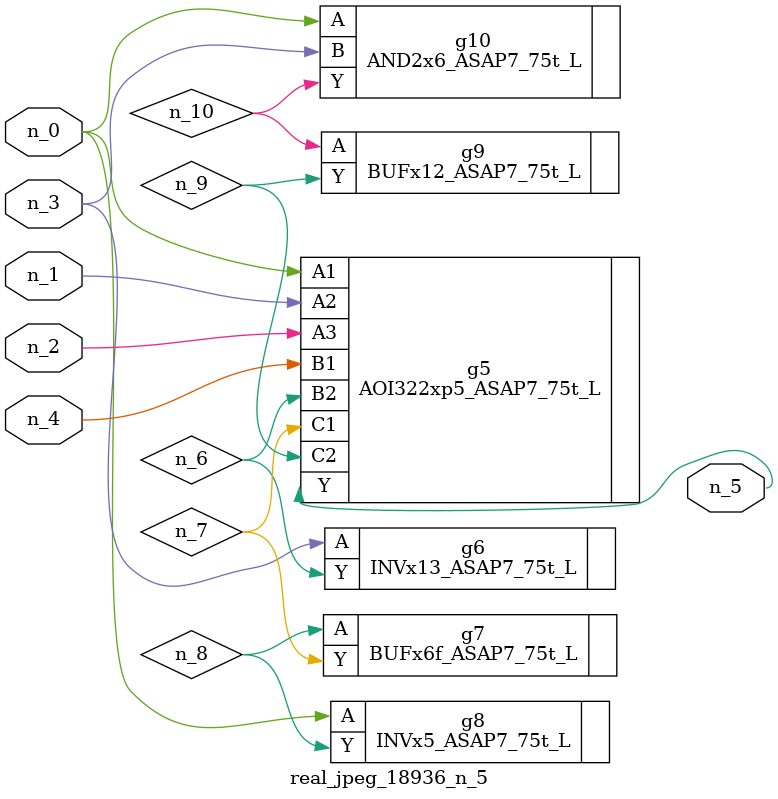
<source format=v>
module real_jpeg_18936_n_5 (n_4, n_0, n_1, n_2, n_3, n_5);

input n_4;
input n_0;
input n_1;
input n_2;
input n_3;

output n_5;

wire n_8;
wire n_6;
wire n_7;
wire n_10;
wire n_9;

AOI322xp5_ASAP7_75t_L g5 ( 
.A1(n_0),
.A2(n_1),
.A3(n_2),
.B1(n_4),
.B2(n_6),
.C1(n_7),
.C2(n_9),
.Y(n_5)
);

INVx5_ASAP7_75t_L g8 ( 
.A(n_0),
.Y(n_8)
);

AND2x6_ASAP7_75t_L g10 ( 
.A(n_0),
.B(n_3),
.Y(n_10)
);

INVx13_ASAP7_75t_L g6 ( 
.A(n_3),
.Y(n_6)
);

BUFx6f_ASAP7_75t_L g7 ( 
.A(n_8),
.Y(n_7)
);

BUFx12_ASAP7_75t_L g9 ( 
.A(n_10),
.Y(n_9)
);


endmodule
</source>
